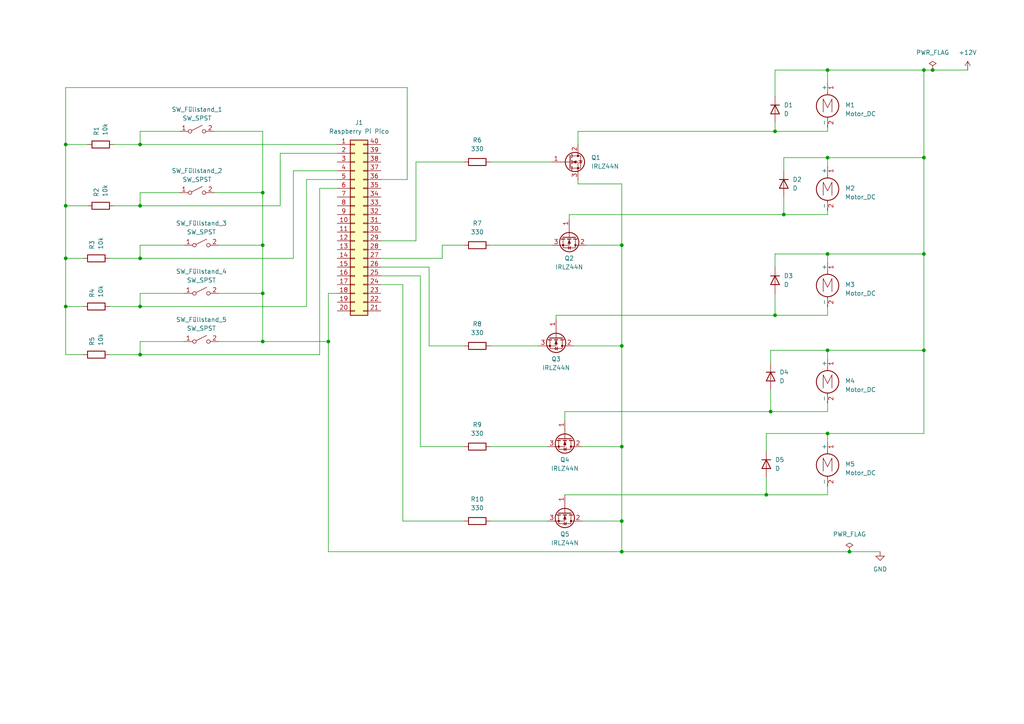
<source format=kicad_sch>
(kicad_sch (version 20250114) (generator "eeschema") (generator_version "9.0")
  (paper "A4")
  (title_block (title "Getränkemischanlage"))
  (lib_symbols
    (symbol "Connector_Generic:Conn_02x20_Odd_Even" (pin_names (offset 1.016) (hide yes))
      (property "Reference" "J1" (at 1.27 29.21 0))
      (property "Value" "Raspberry Pi Pico" (at 1.27 26.67 0))
      (symbol "Conn_02x20_Odd_Even_1_1"
        (rectangle (start -1.27 24.13) (end 3.81 -26.67) (stroke (width 0.254)) (fill (type background)))
        (rectangle (start -1.27 22.987) (end 0 22.733) (stroke (width 0.1524)))
        (rectangle (start -1.27 20.447) (end 0 20.193) (stroke (width 0.1524)))
        (rectangle (start -1.27 17.907) (end 0 17.653) (stroke (width 0.1524)))
        (rectangle (start -1.27 15.367) (end 0 15.113) (stroke (width 0.1524)))
        (rectangle (start -1.27 12.827) (end 0 12.573) (stroke (width 0.1524)))
        (rectangle (start -1.27 10.287) (end 0 10.033) (stroke (width 0.1524)))
        (rectangle (start -1.27 7.747) (end 0 7.493) (stroke (width 0.1524)))
        (rectangle (start -1.27 5.207) (end 0 4.953) (stroke (width 0.1524)))
        (rectangle (start -1.27 2.667) (end 0 2.413) (stroke (width 0.1524)))
        (rectangle (start -1.27 0.127) (end 0 -0.127) (stroke (width 0.1524)))
        (rectangle (start -1.27 -2.413) (end 0 -2.667) (stroke (width 0.1524)))
        (rectangle (start -1.27 -4.953) (end 0 -5.207) (stroke (width 0.1524)))
        (rectangle (start -1.27 -7.493) (end 0 -7.747) (stroke (width 0.1524)))
        (rectangle (start -1.27 -10.033) (end 0 -10.287) (stroke (width 0.1524)))
        (rectangle (start -1.27 -12.573) (end 0 -12.827) (stroke (width 0.1524)))
        (rectangle (start -1.27 -15.113) (end 0 -15.367) (stroke (width 0.1524)))
        (rectangle (start -1.27 -17.653) (end 0 -17.907) (stroke (width 0.1524)))
        (rectangle (start -1.27 -20.193) (end 0 -20.447) (stroke (width 0.1524)))
        (rectangle (start -1.27 -22.733) (end 0 -22.987) (stroke (width 0.1524)))
        (rectangle (start -1.27 -25.273) (end 0 -25.527) (stroke (width 0.1524)))
        (rectangle (start 3.81 22.987) (end 2.54 22.733) (stroke (width 0.1524)))
        (rectangle (start 3.81 20.447) (end 2.54 20.193) (stroke (width 0.1524)))
        (rectangle (start 3.81 17.907) (end 2.54 17.653) (stroke (width 0.1524)))
        (rectangle (start 3.81 15.367) (end 2.54 15.113) (stroke (width 0.1524)))
        (rectangle (start 3.81 12.827) (end 2.54 12.573) (stroke (width 0.1524)))
        (rectangle (start 3.81 10.287) (end 2.54 10.033) (stroke (width 0.1524)))
        (rectangle (start 3.81 7.747) (end 2.54 7.493) (stroke (width 0.1524)))
        (rectangle (start 3.81 5.207) (end 2.54 4.953) (stroke (width 0.1524)))
        (rectangle (start 3.81 2.667) (end 2.54 2.413) (stroke (width 0.1524)))
        (rectangle (start 3.81 0.127) (end 2.54 -0.127) (stroke (width 0.1524)))
        (rectangle (start 3.81 -2.413) (end 2.54 -2.667) (stroke (width 0.1524)))
        (rectangle (start 3.81 -4.953) (end 2.54 -5.207) (stroke (width 0.1524)))
        (rectangle (start 3.81 -7.493) (end 2.54 -7.747) (stroke (width 0.1524)))
        (rectangle (start 3.81 -10.033) (end 2.54 -10.287) (stroke (width 0.1524)))
        (rectangle (start 3.81 -12.573) (end 2.54 -12.827) (stroke (width 0.1524)))
        (rectangle (start 3.81 -15.113) (end 2.54 -15.367) (stroke (width 0.1524)))
        (rectangle (start 3.81 -17.653) (end 2.54 -17.907) (stroke (width 0.1524)))
        (rectangle (start 3.81 -20.193) (end 2.54 -20.447) (stroke (width 0.1524)))
        (rectangle (start 3.81 -22.733) (end 2.54 -22.987) (stroke (width 0.1524)))
        (rectangle (start 3.81 -25.273) (end 2.54 -25.527) (stroke (width 0.1524)))
        (pin passive line (at -5.08 22.86 0) (length 3.81) (name "Pin_1") (number "1"))
        (pin passive line (at -5.08 20.32 0) (length 3.81) (name "Pin_3") (number "2"))
        (pin passive line (at -5.08 17.78 0) (length 3.81) (name "Pin_5") (number "3"))
        (pin passive line (at -5.08 15.24 0) (length 3.81) (name "Pin_7") (number "4"))
        (pin passive line (at -5.08 12.7 0) (length 3.81) (name "Pin_9") (number "5"))
        (pin passive line (at -5.08 10.16 0) (length 3.81) (name "Pin_11") (number "6"))
        (pin passive line (at -5.08 7.62 0) (length 3.81) (name "Pin_13") (number "7"))
        (pin passive line (at -5.08 5.08 0) (length 3.81) (name "Pin_15") (number "8"))
        (pin passive line (at -5.08 2.54 0) (length 3.81) (name "Pin_17") (number "9"))
        (pin passive line (at -5.08 0 0) (length 3.81) (name "Pin_19") (number "10"))
        (pin passive line (at -5.08 -2.54 0) (length 3.81) (name "Pin_21") (number "11"))
        (pin passive line (at -5.08 -5.08 0) (length 3.81) (name "Pin_23") (number "12"))
        (pin passive line (at -5.08 -7.62 0) (length 3.81) (name "Pin_25") (number "13"))
        (pin passive line (at -5.08 -10.16 0) (length 3.81) (name "Pin_27") (number "14"))
        (pin passive line (at -5.08 -12.7 0) (length 3.81) (name "Pin_29") (number "15"))
        (pin passive line (at -5.08 -15.24 0) (length 3.81) (name "Pin_31") (number "16"))
        (pin passive line (at -5.08 -17.78 0) (length 3.81) (name "Pin_33") (number "17"))
        (pin passive line (at -5.08 -20.32 0) (length 3.81) (name "Pin_35") (number "18"))
        (pin passive line (at -5.08 -22.86 0) (length 3.81) (name "Pin_37") (number "19"))
        (pin passive line (at -5.08 -25.4 0) (length 3.81) (name "Pin_39") (number "20"))
        (pin passive line (at 7.62 22.86 180) (length 3.81) (name "40") (number "40"))
        (pin passive line (at 7.62 20.32 180) (length 3.81) (name "Pin_4") (number "39"))
        (pin passive line (at 7.62 17.78 180) (length 3.81) (name "Pin_6") (number "38"))
        (pin passive line (at 7.62 15.24 180) (length 3.81) (name "Pin_8") (number "37"))
        (pin passive line (at 7.62 12.7 180) (length 3.81) (name "Pin_10") (number "36"))
        (pin passive line (at 7.62 10.16 180) (length 3.81) (name "Pin_12") (number "35"))
        (pin passive line (at 7.62 7.62 180) (length 3.81) (name "Pin_14") (number "34"))
        (pin passive line (at 7.62 5.08 180) (length 3.81) (name "Pin_16") (number "33"))
        (pin passive line (at 7.62 2.54 180) (length 3.81) (name "Pin_18") (number "32"))
        (pin passive line (at 7.62 0 180) (length 3.81) (name "Pin_20") (number "31"))
        (pin passive line (at 7.62 -2.54 180) (length 3.81) (name "Pin_22") (number "30"))
        (pin passive line (at 7.62 -5.08 180) (length 3.81) (name "Pin_24") (number "29"))
        (pin passive line (at 7.62 -7.62 180) (length 3.81) (name "Pin_26") (number "28"))
        (pin passive line (at 7.62 -10.16 180) (length 3.81) (name "Pin_28") (number "27"))
        (pin passive line (at 7.62 -12.7 180) (length 3.81) (name "Pin_30") (number "26"))
        (pin passive line (at 7.62 -15.24 180) (length 3.81) (name "Pin_32") (number "25"))
        (pin passive line (at 7.62 -17.78 180) (length 3.81) (name "Pin_34") (number "24"))
        (pin passive line (at 7.62 -20.32 180) (length 3.81) (name "Pin_36") (number "23"))
        (pin passive line (at 7.62 -22.86 180) (length 3.81) (name "Pin_38") (number "22"))
        (pin passive line (at 7.62 -25.4 180) (length 3.81) (name "Pin_40") (number "21"))
      )
    )
    (symbol "Device:D" (pin_numbers (hide yes)) (pin_names (offset 1.016) (hide yes))
      (property "Reference" "D" (at 0 2.54 0))
      (property "Value" "D" (at 0 -2.54 0))
      (symbol "D_0_1"
        (polyline (pts (xy -1.27 1.27) (xy -1.27 -1.27)) (stroke (width 0.254)))
        (polyline (pts (xy 1.27 1.27) (xy 1.27 -1.27) (xy -1.27 0) (xy 1.27 1.27)) (stroke (width 0.254)))
        (polyline (pts (xy 1.27 0) (xy -1.27 0)))
      )
      (symbol "D_1_1"
        (pin passive line (at -3.81 0 0) (length 2.54) (name "K") (number "1"))
        (pin passive line (at 3.81 0 180) (length 2.54) (name "A") (number "2"))
      )
    )
    (symbol "Device:R" (pin_numbers (hide yes)) (pin_names (offset 0))
      (property "Reference" "R" (at 2.032 0 90))
      (property "Value" "R" (at 0 0 90))
      (symbol "R_0_1"
        (rectangle (start -1.016 -2.54) (end 1.016 2.54) (stroke (width 0.254)))
      )
      (symbol "R_1_1"
        (pin passive line (at 0 3.81 270) (length 1.27) (name "~") (number "1"))
        (pin passive line (at 0 -3.81 90) (length 1.27) (name "~") (number "2"))
      )
    )
    (symbol "Motor:Motor_DC" (pin_names (offset 0))
      (property "Reference" "M" (at 2.54 2.54 0))
      (property "Value" "Motor_DC" (at 2.54 -5.08 0))
      (symbol "Motor_DC_0_0"
        (polyline (pts (xy -1.27 -3.302) (xy -1.27 0.508) (xy 0 -2.032) (xy 1.27 0.508) (xy 1.27 -3.302)))
      )
      (symbol "Motor_DC_0_1"
        (polyline (pts (xy 0 2.032) (xy 0 2.54)))
        (polyline (pts (xy 0 1.7272) (xy 0 2.0828)))
        (circle (center 0 -1.524) (radius 3.2512) (stroke (width 0.254)))
        (polyline (pts (xy 0 -4.7752) (xy 0 -5.1816)))
        (polyline (pts (xy 0 -7.62) (xy 0 -7.112)))
      )
      (symbol "Motor_DC_1_1"
        (pin passive line (at 0 5.08 270) (length 2.54) (name "+") (number "1"))
        (pin passive line (at 0 -7.62 90) (length 2.54) (name "-") (number "2"))
      )
    )
    (symbol "Switch:SW_SPST" (pin_names (offset 0) (hide yes))
      (property "Reference" "SW" (at 0 3.175 0))
      (property "Value" "SW_SPST" (at 0 -2.54 0))
      (symbol "SW_SPST_0_0"
        (circle (center -2.032 0) (radius 0.508))
        (polyline (pts (xy -1.524 0.254) (xy 1.524 1.778)))
        (circle (center 2.032 0) (radius 0.508))
      )
      (symbol "SW_SPST_1_1"
        (pin passive line (at -5.08 0 0) (length 2.54) (name "A") (number "1"))
        (pin passive line (at 5.08 0 180) (length 2.54) (name "B") (number "2"))
      )
    )
    (symbol "Transistor_FET:IRLZ44N" (pin_names (hide yes))
      (property "Reference" "Q" (at 5.08 1.905 0))
      (property "Value" "IRLZ44N" (at 5.08 0 0))
      (symbol "IRLZ44N_0_1"
        (polyline (pts (xy 0.254 1.905) (xy 0.254 -1.905)) (stroke (width 0.254)))
        (polyline (pts (xy 0.254 0) (xy -2.54 0)))
        (polyline (pts (xy 0.762 2.286) (xy 0.762 1.27)) (stroke (width 0.254)))
        (polyline (pts (xy 0.762 0.508) (xy 0.762 -0.508)) (stroke (width 0.254)))
        (polyline (pts (xy 0.762 -1.27) (xy 0.762 -2.286)) (stroke (width 0.254)))
        (polyline (pts (xy 0.762 -1.778) (xy 3.302 -1.778) (xy 3.302 1.778) (xy 0.762 1.778)))
        (polyline (pts (xy 1.016 0) (xy 2.032 0.381) (xy 2.032 -0.381) (xy 1.016 0)) (fill (type outline)))
        (circle (center 1.651 0) (radius 2.794) (stroke (width 0.254)))
        (polyline (pts (xy 2.54 2.54) (xy 2.54 1.778)))
        (circle (center 2.54 1.778) (radius 0.254) (fill (type outline)))
        (circle (center 2.54 -1.778) (radius 0.254) (fill (type outline)))
        (polyline (pts (xy 2.54 -2.54) (xy 2.54 0) (xy 0.762 0)))
        (polyline (pts (xy 2.794 0.508) (xy 2.921 0.381) (xy 3.683 0.381) (xy 3.81 0.254)))
        (polyline (pts (xy 3.302 0.381) (xy 2.921 -0.254) (xy 3.683 -0.254) (xy 3.302 0.381)))
      )
      (symbol "IRLZ44N_1_1"
        (pin input line (at -5.08 0 0) (length 2.54) (name "G") (number "1"))
        (pin passive line (at 2.54 5.08 270) (length 2.54) (name "D") (number "2"))
        (pin passive line (at 2.54 -5.08 90) (length 2.54) (name "S") (number "3"))
      )
    )
    (symbol "power:+12V" (power) (pin_numbers (hide yes)) (pin_names (offset 0) (hide yes))
      (property "Value" "+12V" (at 0 3.556 0))
      (symbol "+12V_0_1"
        (polyline (pts (xy -0.762 1.27) (xy 0 2.54)))
        (polyline (pts (xy 0 2.54) (xy 0.762 1.27)))
        (polyline (pts (xy 0 0) (xy 0 2.54)))
      )
      (symbol "+12V_1_1"
        (pin power_in line (at 0 0 90) (length 0) (name "~") (number "1"))
      )
    )
    (symbol "power:GND" (power) (pin_numbers (hide yes)) (pin_names (offset 0) (hide yes))
      (property "Value" "GND" (at 0 -3.81 0))
      (symbol "GND_0_1"
        (polyline (pts (xy 0 0) (xy 0 -1.27) (xy 1.27 -1.27) (xy 0 -2.54) (xy -1.27 -1.27) (xy 0 -1.27)))
      )
      (symbol "GND_1_1"
        (pin power_in line (at 0 0 270) (length 0) (name "~") (number "1"))
      )
    )
    (symbol "power:PWR_FLAG" (power) (pin_numbers (hide yes)) (pin_names (offset 0) (hide yes))
      (property "Value" "PWR_FLAG" (at 0 3.81 0))
      (symbol "PWR_FLAG_0_0"
        (pin power_out line (at 0 0 90) (length 0) (name "~") (number "1"))
      )
      (symbol "PWR_FLAG_0_1"
        (polyline (pts (xy 0 0) (xy 0 1.27) (xy -1.016 1.905) (xy 0 2.54) (xy 1.016 1.905) (xy 0 1.27)))
      )
    )
  )
  (junction (at 40.64 102.87))
  (junction (at 240.03 73.66))
  (junction (at 240.03 101.6))
  (junction (at 76.2 55.88))
  (junction (at 246.38 160.02))
  (junction (at 19.05 59.69))
  (junction (at 40.64 74.93))
  (junction (at 76.2 85.09))
  (junction (at 267.97 101.6))
  (junction (at 180.34 160.02))
  (junction (at 267.97 45.72))
  (junction (at 224.79 91.44))
  (junction (at 240.03 125.73))
  (junction (at 240.03 45.72))
  (junction (at 227.33 62.23))
  (junction (at 180.34 129.54))
  (junction (at 180.34 151.13))
  (junction (at 40.64 41.91))
  (junction (at 40.64 88.9))
  (junction (at 240.03 20.32))
  (junction (at 180.34 71.12))
  (junction (at 267.97 20.32))
  (junction (at 40.64 59.69))
  (junction (at 19.05 88.9))
  (junction (at 267.97 73.66))
  (junction (at 95.25 99.06))
  (junction (at 19.05 41.91))
  (junction (at 224.79 38.1))
  (junction (at 223.52 119.38))
  (junction (at 222.25 143.51))
  (junction (at 76.2 71.12))
  (junction (at 270.51 20.32))
  (junction (at 76.2 99.06))
  (junction (at 180.34 100.33))
  (junction (at 19.05 74.93))
  (wire (pts (xy 120.65 69.85) (xy 120.65 46.99)))
  (wire (pts (xy 222.25 125.73) (xy 222.25 130.81)))
  (wire (pts (xy 180.34 151.13) (xy 180.34 160.02)))
  (wire (pts (xy 40.64 55.88) (xy 52.07 55.88)))
  (wire (pts (xy 97.79 52.07) (xy 88.9 52.07)))
  (wire (pts (xy 167.64 38.1) (xy 224.79 38.1)))
  (wire (pts (xy 166.37 100.33) (xy 180.34 100.33)))
  (wire (pts (xy 116.84 151.13) (xy 134.62 151.13)))
  (wire (pts (xy 53.34 71.12) (xy 40.64 71.12)))
  (wire (pts (xy 224.79 35.56) (xy 224.79 38.1)))
  (wire (pts (xy 110.49 52.07) (xy 118.11 52.07)))
  (wire (pts (xy 180.34 129.54) (xy 180.34 151.13)))
  (wire (pts (xy 110.49 74.93) (xy 128.27 74.93)))
  (wire (pts (xy 63.5 99.06) (xy 76.2 99.06)))
  (wire (pts (xy 31.75 88.9) (xy 40.64 88.9)))
  (wire (pts (xy 40.64 99.06) (xy 40.64 102.87)))
  (wire (pts (xy 97.79 44.45) (xy 81.28 44.45)))
  (wire (pts (xy 156.21 100.33) (xy 142.24 100.33)))
  (wire (pts (xy 110.49 77.47) (xy 124.46 77.47)))
  (wire (pts (xy 40.64 55.88) (xy 40.64 59.69)))
  (wire (pts (xy 40.64 102.87) (xy 92.71 102.87)))
  (wire (pts (xy 97.79 49.53) (xy 85.09 49.53)))
  (wire (pts (xy 224.79 20.32) (xy 240.03 20.32)))
  (wire (pts (xy 240.03 45.72) (xy 240.03 48.26)))
  (wire (pts (xy 40.64 38.1) (xy 40.64 41.91)))
  (wire (pts (xy 180.34 71.12) (xy 180.34 100.33)))
  (wire (pts (xy 142.24 129.54) (xy 158.75 129.54)))
  (wire (pts (xy 40.64 71.12) (xy 40.64 74.93)))
  (wire (pts (xy 63.5 71.12) (xy 76.2 71.12)))
  (wire (pts (xy 95.25 160.02) (xy 180.34 160.02)))
  (wire (pts (xy 40.64 88.9) (xy 88.9 88.9)))
  (wire (pts (xy 270.51 20.32) (xy 280.67 20.32)))
  (wire (pts (xy 267.97 20.32) (xy 270.51 20.32)))
  (wire (pts (xy 168.91 151.13) (xy 180.34 151.13)))
  (wire (pts (xy 240.03 91.44) (xy 224.79 91.44)))
  (wire (pts (xy 223.52 101.6) (xy 223.52 105.41)))
  (wire (pts (xy 240.03 73.66) (xy 240.03 76.2)))
  (wire (pts (xy 222.25 138.43) (xy 222.25 143.51)))
  (wire (pts (xy 163.83 119.38) (xy 223.52 119.38)))
  (wire (pts (xy 240.03 38.1) (xy 240.03 36.83)))
  (wire (pts (xy 170.18 71.12) (xy 180.34 71.12)))
  (wire (pts (xy 19.05 59.69) (xy 19.05 74.93)))
  (wire (pts (xy 224.79 73.66) (xy 240.03 73.66)))
  (wire (pts (xy 240.03 91.44) (xy 240.03 88.9)))
  (wire (pts (xy 97.79 54.61) (xy 92.71 54.61)))
  (wire (pts (xy 267.97 101.6) (xy 267.97 125.73)))
  (wire (pts (xy 124.46 100.33) (xy 124.46 77.47)))
  (wire (pts (xy 240.03 45.72) (xy 267.97 45.72)))
  (wire (pts (xy 31.75 74.93) (xy 40.64 74.93)))
  (wire (pts (xy 95.25 99.06) (xy 95.25 85.09)))
  (wire (pts (xy 167.64 53.34) (xy 167.64 52.07)))
  (wire (pts (xy 227.33 62.23) (xy 165.1 62.23)))
  (wire (pts (xy 121.92 80.01) (xy 121.92 129.54)))
  (wire (pts (xy 19.05 25.4) (xy 19.05 41.91)))
  (wire (pts (xy 240.03 119.38) (xy 240.03 116.84)))
  (wire (pts (xy 240.03 119.38) (xy 223.52 119.38)))
  (wire (pts (xy 227.33 45.72) (xy 227.33 49.53)))
  (wire (pts (xy 62.23 55.88) (xy 76.2 55.88)))
  (wire (pts (xy 167.64 38.1) (xy 167.64 41.91)))
  (wire (pts (xy 40.64 74.93) (xy 85.09 74.93)))
  (wire (pts (xy 240.03 125.73) (xy 267.97 125.73)))
  (wire (pts (xy 240.03 101.6) (xy 267.97 101.6)))
  (wire (pts (xy 19.05 41.91) (xy 19.05 59.69)))
  (wire (pts (xy 40.64 41.91) (xy 33.02 41.91)))
  (wire (pts (xy 19.05 74.93) (xy 19.05 88.9)))
  (wire (pts (xy 227.33 45.72) (xy 240.03 45.72)))
  (wire (pts (xy 76.2 38.1) (xy 76.2 55.88)))
  (wire (pts (xy 224.79 73.66) (xy 224.79 77.47)))
  (wire (pts (xy 240.03 62.23) (xy 227.33 62.23)))
  (wire (pts (xy 76.2 55.88) (xy 76.2 71.12)))
  (wire (pts (xy 19.05 102.87) (xy 24.13 102.87)))
  (wire (pts (xy 63.5 85.09) (xy 76.2 85.09)))
  (wire (pts (xy 161.29 91.44) (xy 161.29 92.71)))
  (wire (pts (xy 40.64 38.1) (xy 52.07 38.1)))
  (wire (pts (xy 224.79 85.09) (xy 224.79 91.44)))
  (wire (pts (xy 19.05 59.69) (xy 25.4 59.69)))
  (wire (pts (xy 19.05 74.93) (xy 24.13 74.93)))
  (wire (pts (xy 168.91 129.54) (xy 180.34 129.54)))
  (wire (pts (xy 95.25 160.02) (xy 95.25 99.06)))
  (wire (pts (xy 19.05 41.91) (xy 25.4 41.91)))
  (wire (pts (xy 40.64 41.91) (xy 97.79 41.91)))
  (wire (pts (xy 240.03 62.23) (xy 240.03 60.96)))
  (wire (pts (xy 240.03 125.73) (xy 240.03 128.27)))
  (wire (pts (xy 62.23 38.1) (xy 76.2 38.1)))
  (wire (pts (xy 118.11 25.4) (xy 19.05 25.4)))
  (wire (pts (xy 85.09 49.53) (xy 85.09 74.93)))
  (wire (pts (xy 222.25 143.51) (xy 240.03 143.51)))
  (wire (pts (xy 240.03 101.6) (xy 240.03 104.14)))
  (wire (pts (xy 142.24 71.12) (xy 160.02 71.12)))
  (wire (pts (xy 180.34 53.34) (xy 180.34 71.12)))
  (wire (pts (xy 267.97 45.72) (xy 267.97 73.66)))
  (wire (pts (xy 227.33 57.15) (xy 227.33 62.23)))
  (wire (pts (xy 240.03 143.51) (xy 240.03 140.97)))
  (wire (pts (xy 40.64 59.69) (xy 81.28 59.69)))
  (wire (pts (xy 19.05 88.9) (xy 24.13 88.9)))
  (wire (pts (xy 19.05 88.9) (xy 19.05 102.87)))
  (wire (pts (xy 180.34 53.34) (xy 167.64 53.34)))
  (wire (pts (xy 76.2 85.09) (xy 76.2 99.06)))
  (wire (pts (xy 110.49 69.85) (xy 120.65 69.85)))
  (wire (pts (xy 222.25 125.73) (xy 240.03 125.73)))
  (wire (pts (xy 110.49 82.55) (xy 116.84 82.55)))
  (wire (pts (xy 246.38 160.02) (xy 255.27 160.02)))
  (wire (pts (xy 116.84 82.55) (xy 116.84 151.13)))
  (wire (pts (xy 163.83 119.38) (xy 163.83 121.92)))
  (wire (pts (xy 81.28 44.45) (xy 81.28 59.69)))
  (wire (pts (xy 95.25 85.09) (xy 97.79 85.09)))
  (wire (pts (xy 240.03 20.32) (xy 267.97 20.32)))
  (wire (pts (xy 180.34 160.02) (xy 246.38 160.02)))
  (wire (pts (xy 142.24 46.99) (xy 160.02 46.99)))
  (wire (pts (xy 134.62 100.33) (xy 124.46 100.33)))
  (wire (pts (xy 92.71 54.61) (xy 92.71 102.87)))
  (wire (pts (xy 110.49 80.01) (xy 121.92 80.01)))
  (wire (pts (xy 120.65 46.99) (xy 134.62 46.99)))
  (wire (pts (xy 224.79 91.44) (xy 161.29 91.44)))
  (wire (pts (xy 142.24 151.13) (xy 158.75 151.13)))
  (wire (pts (xy 223.52 113.03) (xy 223.52 119.38)))
  (wire (pts (xy 128.27 74.93) (xy 128.27 71.12)))
  (wire (pts (xy 223.52 101.6) (xy 240.03 101.6)))
  (wire (pts (xy 267.97 45.72) (xy 267.97 20.32)))
  (wire (pts (xy 165.1 62.23) (xy 165.1 63.5)))
  (wire (pts (xy 76.2 71.12) (xy 76.2 85.09)))
  (wire (pts (xy 240.03 73.66) (xy 267.97 73.66)))
  (wire (pts (xy 224.79 38.1) (xy 240.03 38.1)))
  (wire (pts (xy 180.34 100.33) (xy 180.34 129.54)))
  (wire (pts (xy 118.11 25.4) (xy 118.11 52.07)))
  (wire (pts (xy 53.34 99.06) (xy 40.64 99.06)))
  (wire (pts (xy 128.27 71.12) (xy 134.62 71.12)))
  (wire (pts (xy 53.34 85.09) (xy 40.64 85.09)))
  (wire (pts (xy 224.79 20.32) (xy 224.79 27.94)))
  (wire (pts (xy 267.97 73.66) (xy 267.97 101.6)))
  (wire (pts (xy 121.92 129.54) (xy 134.62 129.54)))
  (wire (pts (xy 76.2 99.06) (xy 95.25 99.06)))
  (wire (pts (xy 88.9 52.07) (xy 88.9 88.9)))
  (wire (pts (xy 33.02 59.69) (xy 40.64 59.69)))
  (wire (pts (xy 31.75 102.87) (xy 40.64 102.87)))
  (wire (pts (xy 163.83 143.51) (xy 222.25 143.51)))
  (wire (pts (xy 240.03 20.32) (xy 240.03 24.13)))
  (wire (pts (xy 40.64 85.09) (xy 40.64 88.9)))
  (symbol (lib_id "Device:R") (at 27.94 102.87 90) (unit 1)
    (property "Reference" "R5" (at 26.6699 100.33 0) (effects (justify left)))
    (property "Value" "10k" (at 29.2099 100.33 0) (effects (justify left)))
    (property "Description" "Resistor" (effects (hide yes)))
  )
  (symbol (lib_id "Device:D") (at 224.79 81.28 270) (unit 1)
    (property "Reference" "D3" (at 227.33 80.0099 90) (effects (justify left)))
    (property "Value" "D" (at 227.33 82.5499 90) (effects (justify left)))
    (property "Description" "Diode" (effects (hide yes)))
    (property "Sim.Device" "D" (effects (hide yes)))
    (property "Sim.Pins" "1=K 2=A" (effects (hide yes)))
  )
  (symbol (lib_id "Connector_Generic:Conn_02x20_Odd_Even") (at 102.87 64.77 0) (unit 1)
    (property "Reference" "J1" (at 104.14 35.56 0))
    (property "Value" "Raspberry Pi Pico" (at 104.14 38.1 0))
    (property "Description" "Generic connector, double row, 02x20, odd/even pin numbering scheme (row 1 odd numbers, row 2 even numbers), script generated (kicad-library-utils/schlib/autogen/connector/)" (effects (hide yes)))
  )
  (symbol (lib_id "Device:R") (at 138.43 71.12 90) (unit 1)
    (property "Reference" "R7" (at 138.43 64.77 90))
    (property "Value" "330" (at 138.43 67.31 90))
    (property "Description" "Resistor" (effects (hide yes)))
  )
  (symbol (lib_id "power:GND") (at 255.27 160.02 0) (unit 1)
    (property "Reference" "#PWR02" (effects (hide yes)))
    (property "Value" "GND" (at 255.27 165.1 0))
    (property "Description" "Power symbol creates a global label with name \"GND\" , ground" (effects (hide yes)))
  )
  (symbol (lib_id "Device:D") (at 222.25 134.62 270) (unit 1)
    (property "Reference" "D5" (at 224.79 133.3499 90) (effects (justify left)))
    (property "Value" "D" (at 224.79 135.8899 90) (effects (justify left)))
    (property "Description" "Diode" (effects (hide yes)))
    (property "Sim.Device" "D" (effects (hide yes)))
    (property "Sim.Pins" "1=K 2=A" (effects (hide yes)))
  )
  (symbol (lib_id "Switch:SW_SPST") (at 57.15 55.88 0) (unit 1)
    (property "Reference" "SW_Füllstand_2" (at 57.15 49.53 0))
    (property "Value" "SW_SPST" (at 57.15 52.07 0))
    (property "Description" "Single Pole Single Throw (SPST) switch" (effects (hide yes)))
  )
  (symbol (lib_id "Switch:SW_SPST") (at 58.42 71.12 0) (unit 1)
    (property "Reference" "SW_Füllstand_3" (at 58.42 64.77 0))
    (property "Value" "SW_SPST" (at 58.42 67.31 0))
    (property "Description" "Single Pole Single Throw (SPST) switch" (effects (hide yes)))
  )
  (symbol (lib_id "Motor:Motor_DC") (at 240.03 53.34 0) (unit 1)
    (property "Reference" "M2" (at 245.11 54.6099 0) (effects (justify left)))
    (property "Value" "Motor_DC" (at 245.11 57.1499 0) (effects (justify left)))
    (property "Description" "DC Motor" (effects (hide yes)))
  )
  (symbol (lib_id "Device:R") (at 138.43 151.13 90) (unit 1)
    (property "Reference" "R10" (at 138.43 144.78 90))
    (property "Value" "330" (at 138.43 147.32 90))
    (property "Description" "Resistor" (effects (hide yes)))
  )
  (symbol (lib_id "Transistor_FET:IRLZ44N") (at 161.29 97.79 270) (unit 1)
    (property "Reference" "Q3" (at 161.29 104.14 90))
    (property "Value" "IRLZ44N" (at 161.29 106.68 90))
    (property "Footprint" "Package_TO_SOT_THT:TO-220-3_Vertical" (effects (hide yes)))
    (property "Datasheet" "http://www.irf.com/product-info/datasheets/data/irlz44n.pdf" (effects (hide yes)))
    (property "Description" "47A Id, 55V Vds, 22mOhm Rds Single N-Channel HEXFET Power MOSFET, TO-220AB" (effects (hide yes)))
  )
  (symbol (lib_id "Device:R") (at 29.21 41.91 90) (unit 1)
    (property "Reference" "R1" (at 27.9399 39.37 0) (effects (justify left)))
    (property "Value" "10k" (at 30.4799 39.37 0) (effects (justify left)))
    (property "Description" "Resistor" (effects (hide yes)))
  )
  (symbol (lib_id "Transistor_FET:IRLZ44N") (at 163.83 127 270) (unit 1)
    (property "Reference" "Q4" (at 163.83 133.35 90))
    (property "Value" "IRLZ44N" (at 163.83 135.89 90))
    (property "Footprint" "Package_TO_SOT_THT:TO-220-3_Vertical" (effects (hide yes)))
    (property "Datasheet" "http://www.irf.com/product-info/datasheets/data/irlz44n.pdf" (effects (hide yes)))
    (property "Description" "47A Id, 55V Vds, 22mOhm Rds Single N-Channel HEXFET Power MOSFET, TO-220AB" (effects (hide yes)))
  )
  (symbol (lib_id "Device:R") (at 138.43 46.99 90) (unit 1)
    (property "Reference" "R6" (at 138.43 40.64 90))
    (property "Value" "330" (at 138.43 43.18 90))
    (property "Description" "Resistor" (effects (hide yes)))
  )
  (symbol (lib_id "Transistor_FET:IRLZ44N") (at 165.1 68.58 270) (unit 1)
    (property "Reference" "Q2" (at 165.1 74.93 90))
    (property "Value" "IRLZ44N" (at 165.1 77.47 90))
    (property "Footprint" "Package_TO_SOT_THT:TO-220-3_Vertical" (effects (hide yes)))
    (property "Datasheet" "http://www.irf.com/product-info/datasheets/data/irlz44n.pdf" (effects (hide yes)))
    (property "Description" "47A Id, 55V Vds, 22mOhm Rds Single N-Channel HEXFET Power MOSFET, TO-220AB" (effects (hide yes)))
  )
  (symbol (lib_id "Device:D") (at 223.52 109.22 270) (unit 1)
    (property "Reference" "D4" (at 226.06 107.9499 90) (effects (justify left)))
    (property "Value" "D" (at 226.06 110.4899 90) (effects (justify left)))
    (property "Description" "Diode" (effects (hide yes)))
    (property "Sim.Device" "D" (effects (hide yes)))
    (property "Sim.Pins" "1=K 2=A" (effects (hide yes)))
  )
  (symbol (lib_id "Device:D") (at 227.33 53.34 270) (unit 1)
    (property "Reference" "D2" (at 229.87 52.0699 90) (effects (justify left)))
    (property "Value" "D" (at 229.87 54.6099 90) (effects (justify left)))
    (property "Description" "Diode" (effects (hide yes)))
    (property "Sim.Device" "D" (effects (hide yes)))
    (property "Sim.Pins" "1=K 2=A" (effects (hide yes)))
  )
  (symbol (lib_id "Transistor_FET:IRLZ44N") (at 165.1 46.99 0) (unit 1)
    (property "Reference" "Q1" (at 171.45 45.7199 0) (effects (justify left)))
    (property "Value" "IRLZ44N" (at 171.45 48.2599 0) (effects (justify left)))
    (property "Footprint" "Package_TO_SOT_THT:TO-220-3_Vertical" (effects (hide yes)))
    (property "Datasheet" "http://www.irf.com/product-info/datasheets/data/irlz44n.pdf" (effects (hide yes)))
    (property "Description" "47A Id, 55V Vds, 22mOhm Rds Single N-Channel HEXFET Power MOSFET, TO-220AB" (effects (hide yes)))
  )
  (symbol (lib_id "Motor:Motor_DC") (at 240.03 81.28 0) (unit 1)
    (property "Reference" "M3" (at 245.11 82.5499 0) (effects (justify left)))
    (property "Value" "Motor_DC" (at 245.11 85.0899 0) (effects (justify left)))
    (property "Description" "DC Motor" (effects (hide yes)))
  )
  (symbol (lib_id "Device:R") (at 27.94 88.9 90) (unit 1)
    (property "Reference" "R4" (at 26.6699 86.36 0) (effects (justify left)))
    (property "Value" "10k" (at 29.2099 86.36 0) (effects (justify left)))
    (property "Description" "Resistor" (effects (hide yes)))
  )
  (symbol (lib_id "Device:R") (at 29.21 59.69 90) (unit 1)
    (property "Reference" "R2" (at 27.9399 57.15 0) (effects (justify left)))
    (property "Value" "10k" (at 30.4799 57.15 0) (effects (justify left)))
    (property "Description" "Resistor" (effects (hide yes)))
  )
  (symbol (lib_id "Motor:Motor_DC") (at 240.03 109.22 0) (unit 1)
    (property "Reference" "M4" (at 245.11 110.4899 0) (effects (justify left)))
    (property "Value" "Motor_DC" (at 245.11 113.0299 0) (effects (justify left)))
    (property "Description" "DC Motor" (effects (hide yes)))
  )
  (symbol (lib_id "power:PWR_FLAG") (at 246.38 160.02 0) (unit 1)
    (property "Reference" "#FLG02" (effects (hide yes)))
    (property "Value" "PWR_FLAG" (at 246.38 154.94 0))
    (property "Description" "Special symbol for telling ERC where power comes from" (effects (hide yes)))
  )
  (symbol (lib_id "Device:R") (at 138.43 100.33 90) (unit 1)
    (property "Reference" "R8" (at 138.43 93.98 90))
    (property "Value" "330" (at 138.43 96.52 90))
    (property "Description" "Resistor" (effects (hide yes)))
  )
  (symbol (lib_id "Device:R") (at 138.43 129.54 90) (unit 1)
    (property "Reference" "R9" (at 138.43 123.19 90))
    (property "Value" "330" (at 138.43 125.73 90))
    (property "Description" "Resistor" (effects (hide yes)))
  )
  (symbol (lib_id "Switch:SW_SPST") (at 58.42 99.06 0) (unit 1)
    (property "Reference" "SW_Füllstand_5" (at 58.42 92.71 0))
    (property "Value" "SW_SPST" (at 58.42 95.25 0))
    (property "Description" "Single Pole Single Throw (SPST) switch" (effects (hide yes)))
  )
  (symbol (lib_id "power:+12V") (at 280.67 20.32 0) (unit 1)
    (property "Reference" "#PWR01" (effects (hide yes)))
    (property "Value" "+12V" (at 280.67 15.24 0))
    (property "Description" "Power symbol creates a global label with name \"+12V\"" (effects (hide yes)))
  )
  (symbol (lib_id "Switch:SW_SPST") (at 58.42 85.09 0) (unit 1)
    (property "Reference" "SW_Füllstand_4" (at 58.42 78.74 0))
    (property "Value" "SW_SPST" (at 58.42 81.28 0))
    (property "Description" "Single Pole Single Throw (SPST) switch" (effects (hide yes)))
  )
  (symbol (lib_id "Device:D") (at 224.79 31.75 270) (unit 1)
    (property "Reference" "D1" (at 227.33 30.4799 90) (effects (justify left)))
    (property "Value" "D" (at 227.33 33.0199 90) (effects (justify left)))
    (property "Description" "Diode" (effects (hide yes)))
    (property "Sim.Device" "D" (effects (hide yes)))
    (property "Sim.Pins" "1=K 2=A" (effects (hide yes)))
  )
  (symbol (lib_id "Switch:SW_SPST") (at 57.15 38.1 0) (unit 1)
    (property "Reference" "SW_Füllstand_1" (at 57.15 31.75 0))
    (property "Value" "SW_SPST" (at 57.15 34.29 0))
    (property "Description" "Single Pole Single Throw (SPST) switch" (effects (hide yes)))
  )
  (symbol (lib_id "Device:R") (at 27.94 74.93 90) (unit 1)
    (property "Reference" "R3" (at 26.6699 72.39 0) (effects (justify left)))
    (property "Value" "10k" (at 29.2099 72.39 0) (effects (justify left)))
    (property "Description" "Resistor" (effects (hide yes)))
  )
  (symbol (lib_id "Transistor_FET:IRLZ44N") (at 163.83 148.59 270) (unit 1)
    (property "Reference" "Q5" (at 163.83 154.94 90))
    (property "Value" "IRLZ44N" (at 163.83 157.48 90))
    (property "Footprint" "Package_TO_SOT_THT:TO-220-3_Vertical" (effects (hide yes)))
    (property "Datasheet" "http://www.irf.com/product-info/datasheets/data/irlz44n.pdf" (effects (hide yes)))
    (property "Description" "47A Id, 55V Vds, 22mOhm Rds Single N-Channel HEXFET Power MOSFET, TO-220AB" (effects (hide yes)))
  )
  (symbol (lib_id "power:PWR_FLAG") (at 270.51 20.32 0) (unit 1)
    (property "Reference" "#FLG01" (effects (hide yes)))
    (property "Value" "PWR_FLAG" (at 270.51 15.24 0))
    (property "Description" "Special symbol for telling ERC where power comes from" (effects (hide yes)))
  )
  (symbol (lib_id "Motor:Motor_DC") (at 240.03 29.21 0) (unit 1)
    (property "Reference" "M1" (at 245.11 30.4799 0) (effects (justify left)))
    (property "Value" "Motor_DC" (at 245.11 33.0199 0) (effects (justify left)))
    (property "Description" "DC Motor" (effects (hide yes)))
  )
  (symbol (lib_id "Motor:Motor_DC") (at 240.03 133.35 0) (unit 1)
    (property "Reference" "M5" (at 245.11 134.6199 0) (effects (justify left)))
    (property "Value" "Motor_DC" (at 245.11 137.1599 0) (effects (justify left)))
    (property "Description" "DC Motor" (effects (hide yes)))
  )
)
</source>
